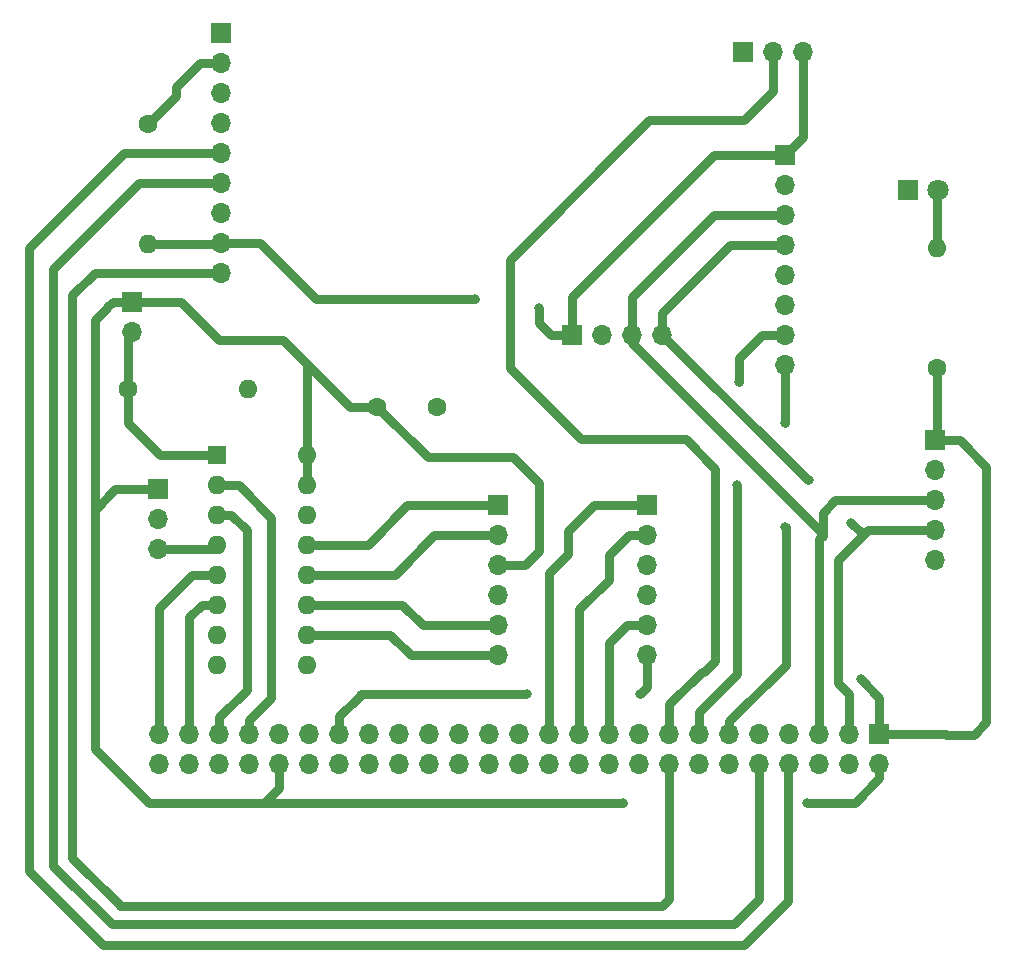
<source format=gbr>
%TF.GenerationSoftware,KiCad,Pcbnew,(6.0.7)*%
%TF.CreationDate,2023-02-02T11:58:53+03:00*%
%TF.ProjectId,Omarichet Sensor Shield 1.3,4f6d6172-6963-4686-9574-2053656e736f,rev?*%
%TF.SameCoordinates,Original*%
%TF.FileFunction,Copper,L1,Top*%
%TF.FilePolarity,Positive*%
%FSLAX46Y46*%
G04 Gerber Fmt 4.6, Leading zero omitted, Abs format (unit mm)*
G04 Created by KiCad (PCBNEW (6.0.7)) date 2023-02-02 11:58:53*
%MOMM*%
%LPD*%
G01*
G04 APERTURE LIST*
%TA.AperFunction,ComponentPad*%
%ADD10R,1.800000X1.800000*%
%TD*%
%TA.AperFunction,ComponentPad*%
%ADD11C,1.800000*%
%TD*%
%TA.AperFunction,ComponentPad*%
%ADD12C,1.600000*%
%TD*%
%TA.AperFunction,ComponentPad*%
%ADD13O,1.600000X1.600000*%
%TD*%
%TA.AperFunction,ComponentPad*%
%ADD14R,1.600000X1.600000*%
%TD*%
%TA.AperFunction,ComponentPad*%
%ADD15R,1.700000X1.700000*%
%TD*%
%TA.AperFunction,ComponentPad*%
%ADD16O,1.700000X1.700000*%
%TD*%
%TA.AperFunction,ViaPad*%
%ADD17C,0.800000*%
%TD*%
%TA.AperFunction,Conductor*%
%ADD18C,0.800000*%
%TD*%
G04 APERTURE END LIST*
D10*
%TO.P,D1,1,K*%
%TO.N,GND*%
X162005000Y-83500000D03*
D11*
%TO.P,D1,2,A*%
%TO.N,Net-(D1-Pad2)*%
X164545000Y-83500000D03*
%TD*%
D12*
%TO.P,R2,1*%
%TO.N,/EN*%
X97690000Y-77940000D03*
D13*
%TO.P,R2,2*%
%TO.N,+3.3V*%
X97690000Y-88100000D03*
%TD*%
D14*
%TO.P,U1,1,CH0*%
%TO.N,CH0*%
X103550000Y-105935000D03*
D13*
%TO.P,U1,2,CH1*%
%TO.N,CH1*%
X103550000Y-108475000D03*
%TO.P,U1,3,CH2*%
%TO.N,CH2*%
X103550000Y-111015000D03*
%TO.P,U1,4,CH3*%
%TO.N,CH3*%
X103550000Y-113555000D03*
%TO.P,U1,5,CH4*%
%TO.N,CH4*%
X103550000Y-116095000D03*
%TO.P,U1,6,CH5*%
%TO.N,CH5*%
X103550000Y-118635000D03*
%TO.P,U1,7,CH6*%
%TO.N,unconnected-(U1-Pad7)*%
X103550000Y-121175000D03*
%TO.P,U1,8,CH7*%
%TO.N,unconnected-(U1-Pad8)*%
X103550000Y-123715000D03*
%TO.P,U1,9,DGND*%
%TO.N,GND*%
X111170000Y-123715000D03*
%TO.P,U1,10,~{CS}/SHDN*%
%TO.N,CS*%
X111170000Y-121175000D03*
%TO.P,U1,11,Din*%
%TO.N,MOSI*%
X111170000Y-118635000D03*
%TO.P,U1,12,Dout*%
%TO.N,MISO*%
X111170000Y-116095000D03*
%TO.P,U1,13,CLK*%
%TO.N,CLK*%
X111170000Y-113555000D03*
%TO.P,U1,14,AGND*%
%TO.N,GND*%
X111170000Y-111015000D03*
%TO.P,U1,15,Vref*%
%TO.N,+5V*%
X111170000Y-108475000D03*
%TO.P,U1,16,Vdd*%
X111170000Y-105935000D03*
%TD*%
D15*
%TO.P,J7,1,Pin_1*%
%TO.N,+5V*%
X98535000Y-108815000D03*
D16*
%TO.P,J7,2,Pin_2*%
%TO.N,GND*%
X98535000Y-111355000D03*
%TO.P,J7,3,Pin_3*%
%TO.N,CH3*%
X98535000Y-113895000D03*
%TD*%
D12*
%TO.P,C1,1*%
%TO.N,+5V*%
X117100000Y-101880000D03*
%TO.P,C1,2*%
%TO.N,GND*%
X122100000Y-101880000D03*
%TD*%
D15*
%TO.P,J1,1,Pin_1*%
%TO.N,+5V*%
X96360000Y-92970000D03*
D16*
%TO.P,J1,2,Pin_2*%
%TO.N,CH0*%
X96360000Y-95510000D03*
%TD*%
D15*
%TO.P,J5,1,Pin_1*%
%TO.N,+3.3V*%
X133610000Y-95795000D03*
D16*
%TO.P,J5,2,Pin_2*%
%TO.N,GND*%
X136150000Y-95795000D03*
%TO.P,J5,3,Pin_3*%
%TO.N,SCL*%
X138690000Y-95795000D03*
%TO.P,J5,4,Pin_4*%
%TO.N,SDA*%
X141230000Y-95795000D03*
%TD*%
D15*
%TO.P,J4,1,Pin_1*%
%TO.N,+3.3V*%
X151625000Y-80565000D03*
D16*
%TO.P,J4,2,Pin_2*%
%TO.N,GND*%
X151625000Y-83105000D03*
%TO.P,J4,3,Pin_3*%
%TO.N,SCL*%
X151625000Y-85645000D03*
%TO.P,J4,4,Pin_4*%
%TO.N,SDA*%
X151625000Y-88185000D03*
%TO.P,J4,5,Pin_5*%
%TO.N,unconnected-(J4-Pad5)*%
X151625000Y-90725000D03*
%TO.P,J4,6,Pin_6*%
%TO.N,unconnected-(J4-Pad6)*%
X151625000Y-93265000D03*
%TO.P,J4,7,Pin_7*%
%TO.N,ADO*%
X151625000Y-95805000D03*
%TO.P,J4,8,Pin_8*%
%TO.N,INT*%
X151625000Y-98345000D03*
%TD*%
D15*
%TO.P,J2,1,Pin_1*%
%TO.N,GND*%
X148080000Y-71850000D03*
D16*
%TO.P,J2,2,Pin_2*%
%TO.N,DHTOUT*%
X150620000Y-71850000D03*
%TO.P,J2,3,Pin_3*%
%TO.N,+3.3V*%
X153160000Y-71850000D03*
%TD*%
D15*
%TO.P,J10,1,Pin_1*%
%TO.N,TXI_CLK*%
X139925000Y-110205000D03*
D16*
%TO.P,J10,2,Pin_2*%
%TO.N,RXO_MISO*%
X139925000Y-112745000D03*
%TO.P,J10,3,Pin_3*%
%TO.N,+3.3V*%
X139925000Y-115285000D03*
%TO.P,J10,4,Pin_4*%
%TO.N,GND*%
X139925000Y-117825000D03*
%TO.P,J10,5,Pin_5*%
%TO.N,RXO1_MOSI*%
X139925000Y-120365000D03*
%TO.P,J10,6,Pin_6*%
%TO.N,TXI1_CS*%
X139925000Y-122905000D03*
%TD*%
D15*
%TO.P,J3,1,Pin_1*%
%TO.N,+3.3V*%
X164275000Y-104680000D03*
D16*
%TO.P,J3,2,Pin_2*%
%TO.N,GND*%
X164275000Y-107220000D03*
%TO.P,J3,3,Pin_3*%
%TO.N,SCL*%
X164275000Y-109760000D03*
%TO.P,J3,4,Pin_4*%
%TO.N,SDA*%
X164275000Y-112300000D03*
%TO.P,J3,5,Pin_5*%
%TO.N,unconnected-(J3-Pad5)*%
X164275000Y-114840000D03*
%TD*%
D15*
%TO.P,J8,1,Pin_1*%
%TO.N,CLK*%
X127340000Y-110210000D03*
D16*
%TO.P,J8,2,Pin_2*%
%TO.N,MISO*%
X127340000Y-112750000D03*
%TO.P,J8,3,Pin_3*%
%TO.N,+5V*%
X127340000Y-115290000D03*
%TO.P,J8,4,Pin_4*%
%TO.N,GND*%
X127340000Y-117830000D03*
%TO.P,J8,5,Pin_5*%
%TO.N,MOSI*%
X127340000Y-120370000D03*
%TO.P,J8,6,Pin_6*%
%TO.N,CS*%
X127340000Y-122910000D03*
%TD*%
D12*
%TO.P,R1,1*%
%TO.N,CH0*%
X95970000Y-100330000D03*
D13*
%TO.P,R1,2*%
%TO.N,GND*%
X106130000Y-100330000D03*
%TD*%
D12*
%TO.P,R3,1*%
%TO.N,+3.3V*%
X164460000Y-98600000D03*
D13*
%TO.P,R3,2*%
%TO.N,Net-(D1-Pad2)*%
X164460000Y-88440000D03*
%TD*%
D15*
%TO.P,J6,1,Pin_1*%
%TO.N,unconnected-(J6-Pad1)*%
X103855000Y-70230000D03*
D16*
%TO.P,J6,2,Pin_2*%
%TO.N,/EN*%
X103855000Y-72770000D03*
%TO.P,J6,3,Pin_3*%
%TO.N,unconnected-(J6-Pad3)*%
X103855000Y-75310000D03*
%TO.P,J6,4,Pin_4*%
%TO.N,unconnected-(J6-Pad4)*%
X103855000Y-77850000D03*
%TO.P,J6,5,Pin_5*%
%TO.N,TX*%
X103855000Y-80390000D03*
%TO.P,J6,6,Pin_6*%
%TO.N,RX*%
X103855000Y-82930000D03*
%TO.P,J6,7,Pin_7*%
%TO.N,GND*%
X103855000Y-85470000D03*
%TO.P,J6,8,Pin_8*%
%TO.N,+3.3V*%
X103855000Y-88010000D03*
%TO.P,J6,9,Pin_9*%
%TO.N,PPS*%
X103855000Y-90550000D03*
%TD*%
D15*
%TO.P,J9,1,Pin_1*%
%TO.N,+3.3V*%
X159590000Y-129590000D03*
D16*
%TO.P,J9,2,Pin_2*%
%TO.N,+5V*%
X159590000Y-132130000D03*
%TO.P,J9,3,Pin_3*%
%TO.N,SDA*%
X157050000Y-129590000D03*
%TO.P,J9,4,Pin_4*%
%TO.N,unconnected-(J9-Pad4)*%
X157050000Y-132130000D03*
%TO.P,J9,5,Pin_5*%
%TO.N,SCL*%
X154510000Y-129590000D03*
%TO.P,J9,6,Pin_6*%
%TO.N,GND*%
X154510000Y-132130000D03*
%TO.P,J9,7,Pin_7*%
%TO.N,unconnected-(J9-Pad7)*%
X151970000Y-129590000D03*
%TO.P,J9,8,Pin_8*%
%TO.N,TX*%
X151970000Y-132130000D03*
%TO.P,J9,9,Pin_9*%
%TO.N,GND*%
X149430000Y-129590000D03*
%TO.P,J9,10,Pin_10*%
%TO.N,RX*%
X149430000Y-132130000D03*
%TO.P,J9,11,Pin_11*%
%TO.N,INT*%
X146890000Y-129590000D03*
%TO.P,J9,12,Pin_12*%
%TO.N,unconnected-(J9-Pad12)*%
X146890000Y-132130000D03*
%TO.P,J9,13,Pin_13*%
%TO.N,ADO*%
X144350000Y-129590000D03*
%TO.P,J9,14,Pin_14*%
%TO.N,unconnected-(J9-Pad14)*%
X144350000Y-132130000D03*
%TO.P,J9,15,Pin_15*%
%TO.N,DHTOUT*%
X141810000Y-129590000D03*
%TO.P,J9,16,Pin_16*%
%TO.N,PPS*%
X141810000Y-132130000D03*
%TO.P,J9,17,Pin_17*%
%TO.N,unconnected-(J9-Pad17)*%
X139270000Y-129590000D03*
%TO.P,J9,18,Pin_18*%
%TO.N,unconnected-(J9-Pad18)*%
X139270000Y-132130000D03*
%TO.P,J9,19,Pin_19*%
%TO.N,RXO1_MOSI*%
X136730000Y-129590000D03*
%TO.P,J9,20,Pin_20*%
%TO.N,unconnected-(J9-Pad20)*%
X136730000Y-132130000D03*
%TO.P,J9,21,Pin_21*%
%TO.N,RXO_MISO*%
X134190000Y-129590000D03*
%TO.P,J9,22,Pin_22*%
%TO.N,unconnected-(J9-Pad22)*%
X134190000Y-132130000D03*
%TO.P,J9,23,Pin_23*%
%TO.N,TXI_CLK*%
X131650000Y-129590000D03*
%TO.P,J9,24,Pin_24*%
%TO.N,unconnected-(J9-Pad24)*%
X131650000Y-132130000D03*
%TO.P,J9,25,Pin_25*%
%TO.N,unconnected-(J9-Pad25)*%
X129110000Y-129590000D03*
%TO.P,J9,26,Pin_26*%
%TO.N,unconnected-(J9-Pad26)*%
X129110000Y-132130000D03*
%TO.P,J9,27,Pin_27*%
%TO.N,unconnected-(J9-Pad27)*%
X126570000Y-129590000D03*
%TO.P,J9,28,Pin_28*%
%TO.N,unconnected-(J9-Pad28)*%
X126570000Y-132130000D03*
%TO.P,J9,29,Pin_29*%
%TO.N,unconnected-(J9-Pad29)*%
X124030000Y-129590000D03*
%TO.P,J9,30,Pin_30*%
%TO.N,unconnected-(J9-Pad30)*%
X124030000Y-132130000D03*
%TO.P,J9,31,Pin_31*%
%TO.N,unconnected-(J9-Pad31)*%
X121490000Y-129590000D03*
%TO.P,J9,32,Pin_32*%
%TO.N,unconnected-(J9-Pad32)*%
X121490000Y-132130000D03*
%TO.P,J9,33,Pin_33*%
%TO.N,unconnected-(J9-Pad33)*%
X118950000Y-129590000D03*
%TO.P,J9,34,Pin_34*%
%TO.N,unconnected-(J9-Pad34)*%
X118950000Y-132130000D03*
%TO.P,J9,35,Pin_35*%
%TO.N,unconnected-(J9-Pad35)*%
X116410000Y-129590000D03*
%TO.P,J9,36,Pin_36*%
%TO.N,unconnected-(J9-Pad36)*%
X116410000Y-132130000D03*
%TO.P,J9,37,Pin_37*%
%TO.N,TXI1_CS*%
X113870000Y-129590000D03*
%TO.P,J9,38,Pin_38*%
%TO.N,unconnected-(J9-Pad38)*%
X113870000Y-132130000D03*
%TO.P,J9,39,Pin_39*%
%TO.N,GND*%
X111330000Y-129590000D03*
%TO.P,J9,40,Pin_40*%
%TO.N,unconnected-(J9-Pad40)*%
X111330000Y-132130000D03*
%TO.P,J9,41,Pin_41*%
%TO.N,GND*%
X108790000Y-129590000D03*
%TO.P,J9,42,Pin_42*%
%TO.N,+5V*%
X108790000Y-132130000D03*
%TO.P,J9,43,Pin_43*%
%TO.N,CH1*%
X106250000Y-129590000D03*
%TO.P,J9,44,Pin_44*%
%TO.N,unconnected-(J9-Pad44)*%
X106250000Y-132130000D03*
%TO.P,J9,45,Pin_45*%
%TO.N,CH2*%
X103710000Y-129590000D03*
%TO.P,J9,46,Pin_46*%
%TO.N,unconnected-(J9-Pad46)*%
X103710000Y-132130000D03*
%TO.P,J9,47,Pin_47*%
%TO.N,CH5*%
X101170000Y-129590000D03*
%TO.P,J9,48,Pin_48*%
%TO.N,unconnected-(J9-Pad48)*%
X101170000Y-132130000D03*
%TO.P,J9,49,Pin_49*%
%TO.N,CH4*%
X98630000Y-129590000D03*
%TO.P,J9,50,Pin_50*%
%TO.N,unconnected-(J9-Pad50)*%
X98630000Y-132130000D03*
%TD*%
D17*
%TO.N,+5V*%
X153470000Y-135400000D03*
X137880000Y-135380000D03*
%TO.N,+3.3V*%
X158000000Y-124890000D03*
X130750000Y-93520000D03*
X125390000Y-92750000D03*
%TO.N,SDA*%
X157220000Y-111690000D03*
X153600000Y-108080000D03*
%TO.N,ADO*%
X147720000Y-99760000D03*
X147530000Y-108500000D03*
%TO.N,INT*%
X151630000Y-103260000D03*
X151640000Y-112050000D03*
%TO.N,TXI1_CS*%
X129720000Y-126220000D03*
X139330000Y-126220000D03*
%TD*%
D18*
%TO.N,Net-(D1-Pad2)*%
X164460000Y-83190000D02*
X164460000Y-88440000D01*
%TO.N,+3.3V*%
X164460000Y-104495000D02*
X164275000Y-104680000D01*
X164460000Y-98600000D02*
X164460000Y-104495000D01*
%TO.N,TXI1_CS*%
X139925000Y-125625000D02*
X139330000Y-126220000D01*
X139925000Y-122905000D02*
X139925000Y-125625000D01*
X115720000Y-126220000D02*
X129650000Y-126220000D01*
X115520000Y-126420000D02*
X115720000Y-126220000D01*
X113870000Y-129590000D02*
X113870000Y-128070000D01*
X113870000Y-128070000D02*
X115520000Y-126420000D01*
%TO.N,RXO_MISO*%
X136690000Y-116500000D02*
X134190000Y-119000000D01*
X136690000Y-114440000D02*
X136690000Y-116500000D01*
X138385000Y-112745000D02*
X136690000Y-114440000D01*
X139925000Y-112745000D02*
X138385000Y-112745000D01*
X134190000Y-119000000D02*
X134190000Y-129590000D01*
%TO.N,TXI_CLK*%
X131650000Y-115930000D02*
X131650000Y-129590000D01*
X133260000Y-114320000D02*
X131650000Y-115930000D01*
X133260000Y-112390000D02*
X133260000Y-114320000D01*
X135445000Y-110205000D02*
X133260000Y-112390000D01*
X139925000Y-110205000D02*
X135445000Y-110205000D01*
%TO.N,RXO1_MOSI*%
X138265000Y-120365000D02*
X136730000Y-121900000D01*
X139925000Y-120365000D02*
X138265000Y-120365000D01*
X136730000Y-121900000D02*
X136730000Y-129590000D01*
%TO.N,CH1*%
X106250000Y-128360000D02*
X106250000Y-129590000D01*
X108120000Y-126490000D02*
X106250000Y-128360000D01*
X108120000Y-111240000D02*
X108120000Y-126490000D01*
X105355000Y-108475000D02*
X108120000Y-111240000D01*
X103550000Y-108475000D02*
X105355000Y-108475000D01*
%TO.N,CH2*%
X106030000Y-125800000D02*
X103710000Y-128120000D01*
X103710000Y-128120000D02*
X103710000Y-129590000D01*
X104725000Y-111015000D02*
X106030000Y-112320000D01*
X106030000Y-112320000D02*
X106030000Y-125800000D01*
X103550000Y-111015000D02*
X104725000Y-111015000D01*
%TO.N,CH0*%
X95970000Y-100330000D02*
X95970000Y-95900000D01*
X95970000Y-95900000D02*
X96360000Y-95510000D01*
X95970000Y-103200000D02*
X95970000Y-100330000D01*
X98705000Y-105935000D02*
X95970000Y-103200000D01*
X103550000Y-105935000D02*
X98705000Y-105935000D01*
%TO.N,CH5*%
X102205000Y-118635000D02*
X101170000Y-119670000D01*
X103550000Y-118635000D02*
X102205000Y-118635000D01*
X101170000Y-119670000D02*
X101170000Y-129590000D01*
%TO.N,CH4*%
X98630000Y-118860000D02*
X98630000Y-129590000D01*
X101395000Y-116095000D02*
X98630000Y-118860000D01*
X103550000Y-116095000D02*
X101395000Y-116095000D01*
%TO.N,CH3*%
X103210000Y-113895000D02*
X103550000Y-113555000D01*
X98535000Y-113895000D02*
X103210000Y-113895000D01*
%TO.N,MOSI*%
X120940000Y-120370000D02*
X127340000Y-120370000D01*
X119205000Y-118635000D02*
X120940000Y-120370000D01*
X111170000Y-118635000D02*
X119205000Y-118635000D01*
%TO.N,CS*%
X119900000Y-122910000D02*
X127340000Y-122910000D01*
X111170000Y-121175000D02*
X118165000Y-121175000D01*
X118165000Y-121175000D02*
X119900000Y-122910000D01*
%TO.N,MISO*%
X121920000Y-112750000D02*
X118575000Y-116095000D01*
X118575000Y-116095000D02*
X111170000Y-116095000D01*
X127340000Y-112750000D02*
X121920000Y-112750000D01*
%TO.N,CLK*%
X116265000Y-113555000D02*
X119610000Y-110210000D01*
X119610000Y-110210000D02*
X127340000Y-110210000D01*
X111170000Y-113555000D02*
X116265000Y-113555000D01*
%TO.N,+5V*%
X111170000Y-105935000D02*
X111170000Y-108475000D01*
X129560000Y-115290000D02*
X127340000Y-115290000D01*
X117100000Y-101880000D02*
X121340000Y-106120000D01*
X121340000Y-106120000D02*
X128570000Y-106120000D01*
X128570000Y-106120000D02*
X130800000Y-108350000D01*
X130800000Y-108350000D02*
X130800000Y-114050000D01*
X130800000Y-114050000D02*
X129560000Y-115290000D01*
X114790000Y-101880000D02*
X117100000Y-101880000D01*
X110790000Y-97880000D02*
X114790000Y-101880000D01*
X111170000Y-105935000D02*
X111170000Y-98260000D01*
X111170000Y-98260000D02*
X110790000Y-97880000D01*
X109130000Y-96220000D02*
X110790000Y-97880000D01*
X103700000Y-96220000D02*
X109130000Y-96220000D01*
X100450000Y-92970000D02*
X103700000Y-96220000D01*
X96360000Y-92970000D02*
X100450000Y-92970000D01*
X94210000Y-93450000D02*
X94690000Y-92970000D01*
X94690000Y-92970000D02*
X96360000Y-92970000D01*
X93150000Y-94550000D02*
X94210000Y-93490000D01*
X94210000Y-93490000D02*
X94210000Y-93450000D01*
X93150000Y-109980000D02*
X93150000Y-94550000D01*
X93150000Y-110570000D02*
X94905000Y-108815000D01*
X94905000Y-108815000D02*
X98535000Y-108815000D01*
X93150000Y-110690000D02*
X93150000Y-110570000D01*
X93150000Y-111090000D02*
X93150000Y-110690000D01*
X93150000Y-110690000D02*
X93150000Y-109980000D01*
X93150000Y-130830000D02*
X93150000Y-111090000D01*
X107530000Y-135400000D02*
X97720000Y-135400000D01*
X108790000Y-134140000D02*
X107530000Y-135400000D01*
X97720000Y-135400000D02*
X93150000Y-130830000D01*
X108790000Y-132130000D02*
X108790000Y-134140000D01*
X137880000Y-135380000D02*
X107550000Y-135380000D01*
X159590000Y-133310000D02*
X157500000Y-135400000D01*
X157500000Y-135400000D02*
X153470000Y-135400000D01*
X159590000Y-132130000D02*
X159590000Y-133310000D01*
%TO.N,PPS*%
X141810000Y-143510000D02*
X141226371Y-144093629D01*
X141810000Y-132130000D02*
X141810000Y-143510000D01*
X95277183Y-144093629D02*
X141226371Y-144093629D01*
X95266777Y-144083223D02*
X95277183Y-144093629D01*
X91260000Y-140076446D02*
X95266777Y-144083223D01*
X91260000Y-140060000D02*
X91260000Y-140076446D01*
X91260000Y-92440000D02*
X91260000Y-140060000D01*
X93150000Y-90550000D02*
X91260000Y-92440000D01*
X103855000Y-90550000D02*
X93150000Y-90550000D01*
%TO.N,+3.3V*%
X103765000Y-88100000D02*
X103855000Y-88010000D01*
X97690000Y-88100000D02*
X103765000Y-88100000D01*
%TO.N,/EN*%
X102070000Y-72770000D02*
X103855000Y-72770000D01*
X100060000Y-74780000D02*
X102070000Y-72770000D01*
X100060000Y-75570000D02*
X100060000Y-74780000D01*
X97690000Y-77940000D02*
X100060000Y-75570000D01*
%TO.N,DHTOUT*%
X150620000Y-75150000D02*
X150620000Y-71850000D01*
X148160000Y-77610000D02*
X150620000Y-75150000D01*
X128290000Y-89440000D02*
X140120000Y-77610000D01*
X128290000Y-98580000D02*
X128290000Y-89440000D01*
X134340000Y-104630000D02*
X128290000Y-98580000D01*
X143190000Y-104630000D02*
X134340000Y-104630000D01*
X145650000Y-107090000D02*
X143190000Y-104630000D01*
X140120000Y-77610000D02*
X148160000Y-77610000D01*
X144540000Y-124300000D02*
X144750000Y-124300000D01*
X144750000Y-124300000D02*
X145650000Y-123400000D01*
X145650000Y-123400000D02*
X145650000Y-107090000D01*
X141810000Y-129590000D02*
X141810000Y-127030000D01*
X141810000Y-127030000D02*
X144540000Y-124300000D01*
%TO.N,INT*%
X151625000Y-103255000D02*
X151625000Y-98345000D01*
X151630000Y-103260000D02*
X151625000Y-103255000D01*
%TO.N,+3.3V*%
X131765000Y-95795000D02*
X133610000Y-95795000D01*
X130750000Y-94780000D02*
X131765000Y-95795000D01*
X130750000Y-93520000D02*
X130750000Y-94780000D01*
X107150000Y-88010000D02*
X103855000Y-88010000D01*
X111890000Y-92750000D02*
X107150000Y-88010000D01*
X125390000Y-92750000D02*
X111890000Y-92750000D01*
%TO.N,INT*%
X146890000Y-128480000D02*
X146890000Y-129590000D01*
X151650000Y-112060000D02*
X151650000Y-123720000D01*
X151640000Y-112050000D02*
X151650000Y-112060000D01*
X151650000Y-123720000D02*
X146890000Y-128480000D01*
%TO.N,ADO*%
X144350000Y-127690000D02*
X147530000Y-124510000D01*
X147530000Y-124510000D02*
X147530000Y-124150000D01*
X144350000Y-129590000D02*
X144350000Y-127690000D01*
X147530000Y-108500000D02*
X147530000Y-124150000D01*
X149635000Y-95805000D02*
X147720000Y-97720000D01*
X151625000Y-95805000D02*
X149635000Y-95805000D01*
X147720000Y-97720000D02*
X147720000Y-99760000D01*
%TO.N,+3.3V*%
X167580000Y-129650000D02*
X165270000Y-129650000D01*
X168660000Y-106950000D02*
X168660000Y-128570000D01*
X166390000Y-104680000D02*
X168660000Y-106950000D01*
X168660000Y-128570000D02*
X167580000Y-129650000D01*
X164275000Y-104680000D02*
X166390000Y-104680000D01*
X159590000Y-126480000D02*
X158000000Y-124890000D01*
X159590000Y-129590000D02*
X159590000Y-126480000D01*
X165210000Y-129590000D02*
X165270000Y-129650000D01*
X159590000Y-129590000D02*
X165210000Y-129590000D01*
%TO.N,SDA*%
X158400000Y-112570000D02*
X156110000Y-114860000D01*
X158100000Y-112570000D02*
X157220000Y-111690000D01*
X158670000Y-112300000D02*
X158400000Y-112570000D01*
X158400000Y-112570000D02*
X158100000Y-112570000D01*
X164275000Y-112300000D02*
X158670000Y-112300000D01*
X156110000Y-125262742D02*
X156110000Y-114860000D01*
X157050000Y-126202742D02*
X156110000Y-125262742D01*
X157050000Y-129590000D02*
X157050000Y-126202742D01*
%TO.N,SCL*%
X154790000Y-112790000D02*
X154510000Y-113070000D01*
X154790000Y-110820000D02*
X154790000Y-112790000D01*
X154510000Y-113070000D02*
X154510000Y-129590000D01*
X155870000Y-109740000D02*
X155890000Y-109760000D01*
X155890000Y-109760000D02*
X164275000Y-109760000D01*
X154790000Y-110820000D02*
X155870000Y-109740000D01*
%TO.N,SDA*%
X153525000Y-108090000D02*
X141230000Y-95795000D01*
%TO.N,SCL*%
X138690000Y-95795000D02*
X138690000Y-96497258D01*
X138690000Y-96497258D02*
X154675000Y-112482258D01*
%TO.N,SDA*%
X141230000Y-93900000D02*
X141230000Y-95795000D01*
X146945000Y-88185000D02*
X141230000Y-93900000D01*
X151625000Y-88185000D02*
X146945000Y-88185000D01*
%TO.N,SCL*%
X145615000Y-85645000D02*
X138690000Y-92570000D01*
X138690000Y-92570000D02*
X138690000Y-95795000D01*
X151625000Y-85645000D02*
X145615000Y-85645000D01*
%TO.N,+3.3V*%
X133610000Y-92530000D02*
X133610000Y-95795000D01*
X145575000Y-80565000D02*
X133610000Y-92530000D01*
X151625000Y-80565000D02*
X145575000Y-80565000D01*
X153160000Y-79030000D02*
X151625000Y-80565000D01*
X153160000Y-71850000D02*
X153160000Y-79030000D01*
%TO.N,RX*%
X89660000Y-90200000D02*
X89660000Y-90490000D01*
X96930000Y-82930000D02*
X89660000Y-90200000D01*
X103855000Y-82930000D02*
X96930000Y-82930000D01*
X94614441Y-145693629D02*
X89660000Y-140739188D01*
X147316371Y-145693629D02*
X94614441Y-145693629D01*
X149440000Y-143570000D02*
X147316371Y-145693629D01*
X149440000Y-132140000D02*
X149440000Y-143570000D01*
X89660000Y-140739188D02*
X89660000Y-90490000D01*
X149430000Y-132130000D02*
X149440000Y-132140000D01*
%TO.N,TX*%
X148140000Y-147440000D02*
X147740000Y-147440000D01*
X151870000Y-143710000D02*
X148140000Y-147440000D01*
X93850000Y-147440000D02*
X147740000Y-147440000D01*
X151870000Y-132230000D02*
X151870000Y-143710000D01*
X151970000Y-132130000D02*
X151870000Y-132230000D01*
X87590000Y-88460000D02*
X87590000Y-141180000D01*
X95660000Y-80390000D02*
X87590000Y-88460000D01*
X103855000Y-80390000D02*
X95660000Y-80390000D01*
X87590000Y-141180000D02*
X93850000Y-147440000D01*
%TD*%
M02*

</source>
